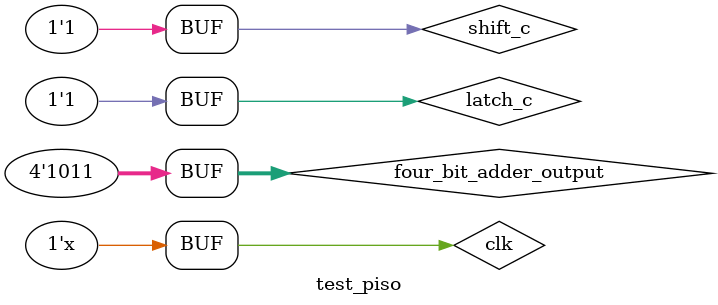
<source format=v>
`timescale 1ns / 1ps


module test_piso;

	// Inputs
	reg clk;
	reg latch_c;
	reg shift_c;
	reg [3:0] four_bit_adder_output;

	// Outputs
	wire c;

	// Instantiate the Unit Under Test (UUT)
	piso uut (
		.clk(clk), 
		.latch_c(latch_c), 
		.shift_c(shift_c), 
		.four_bit_adder_output(four_bit_adder_output), 
		.c(c)
	);

	initial begin
		// Initialize Inputs
		clk = 0;
		latch_c = 0;
		shift_c = 0;
		four_bit_adder_output = 0;

		#100;
		#5;
		
		
		latch_c = 0;
		shift_c = 1;
		four_bit_adder_output = 4'b1011;

		#100;
		
		
		
		latch_c = 1;
		shift_c = 1;
		#100;
		
		latch_c = 1;
		shift_c = 1;
		#100;
		
		latch_c = 1;
		shift_c = 1;
		#100;
		
	
	end
      
		always #50 clk = ~clk;
		
		
		
endmodule


</source>
